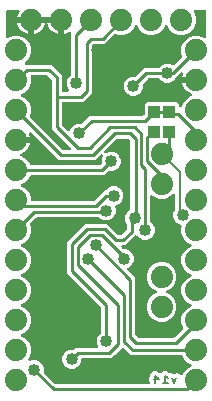
<source format=gbr>
G04 EAGLE Gerber RS-274X export*
G75*
%MOMM*%
%FSLAX34Y34*%
%LPD*%
%INBottom Copper*%
%IPPOS*%
%AMOC8*
5,1,8,0,0,1.08239X$1,22.5*%
G01*
%ADD10C,0.203200*%
%ADD11C,1.879600*%
%ADD12R,1.000000X1.100000*%
%ADD13C,1.016000*%
%ADD14C,0.254000*%

G36*
X124691Y9416D02*
X124691Y9416D01*
X124830Y9429D01*
X124849Y9436D01*
X124869Y9439D01*
X124999Y9490D01*
X125129Y9537D01*
X125146Y9548D01*
X125165Y9556D01*
X125277Y9637D01*
X125392Y9715D01*
X125406Y9731D01*
X125422Y9742D01*
X125511Y9850D01*
X125603Y9954D01*
X125612Y9972D01*
X125625Y9987D01*
X125684Y10113D01*
X125747Y10237D01*
X125752Y10257D01*
X125760Y10275D01*
X125786Y10411D01*
X125817Y10547D01*
X125816Y10568D01*
X125820Y10587D01*
X125811Y10726D01*
X125807Y10865D01*
X125802Y10885D01*
X125800Y10905D01*
X125758Y11037D01*
X125719Y11171D01*
X125709Y11188D01*
X125702Y11207D01*
X125628Y11325D01*
X125557Y11445D01*
X125539Y11466D01*
X125532Y11476D01*
X125517Y11490D01*
X125451Y11566D01*
X125235Y11781D01*
X125235Y15148D01*
X125881Y15793D01*
X125941Y15872D01*
X126009Y15944D01*
X126038Y15997D01*
X126076Y16045D01*
X126115Y16136D01*
X126163Y16222D01*
X126178Y16281D01*
X126202Y16337D01*
X126217Y16434D01*
X126242Y16530D01*
X126249Y16630D01*
X126252Y16651D01*
X126251Y16663D01*
X126252Y16691D01*
X126252Y18199D01*
X128633Y20580D01*
X132001Y20580D01*
X133670Y18911D01*
X133764Y18837D01*
X133853Y18759D01*
X133889Y18740D01*
X133921Y18716D01*
X134031Y18668D01*
X134137Y18614D01*
X134176Y18605D01*
X134213Y18589D01*
X134331Y18571D01*
X134447Y18545D01*
X134487Y18546D01*
X134527Y18539D01*
X134646Y18551D01*
X134765Y18554D01*
X134804Y18565D01*
X134844Y18569D01*
X134956Y18610D01*
X135070Y18643D01*
X135105Y18663D01*
X135143Y18677D01*
X135242Y18744D01*
X135344Y18804D01*
X135389Y18844D01*
X135406Y18855D01*
X135420Y18871D01*
X135465Y18911D01*
X137134Y20580D01*
X140502Y20580D01*
X142146Y18935D01*
X142205Y18889D01*
X142258Y18836D01*
X142330Y18793D01*
X142398Y18740D01*
X142466Y18711D01*
X142530Y18672D01*
X142612Y18648D01*
X142690Y18614D01*
X142763Y18602D01*
X142835Y18581D01*
X142920Y18577D01*
X143004Y18564D01*
X143078Y18571D01*
X143152Y18568D01*
X143236Y18586D01*
X143320Y18594D01*
X143390Y18619D01*
X143463Y18635D01*
X143612Y18697D01*
X143957Y18870D01*
X145901Y18222D01*
X145910Y18220D01*
X145918Y18216D01*
X146064Y18189D01*
X146213Y18160D01*
X146222Y18160D01*
X146231Y18159D01*
X146380Y18169D01*
X146530Y18177D01*
X146539Y18180D01*
X146548Y18181D01*
X146704Y18222D01*
X148648Y18870D01*
X152015Y17187D01*
X152019Y17185D01*
X152023Y17182D01*
X152169Y17132D01*
X152315Y17081D01*
X152320Y17081D01*
X152324Y17079D01*
X152480Y17067D01*
X152632Y17053D01*
X152636Y17054D01*
X152641Y17054D01*
X152795Y17081D01*
X152946Y17106D01*
X152950Y17107D01*
X152955Y17108D01*
X153094Y17171D01*
X153236Y17234D01*
X153240Y17237D01*
X153245Y17239D01*
X153365Y17335D01*
X153486Y17431D01*
X153489Y17434D01*
X153493Y17437D01*
X153585Y17559D01*
X153680Y17683D01*
X153681Y17688D01*
X153684Y17692D01*
X153755Y17836D01*
X154548Y19750D01*
X158050Y23252D01*
X160405Y24227D01*
X160525Y24296D01*
X160648Y24361D01*
X160663Y24375D01*
X160681Y24385D01*
X160781Y24482D01*
X160884Y24575D01*
X160895Y24592D01*
X160909Y24606D01*
X160982Y24725D01*
X161058Y24841D01*
X161065Y24860D01*
X161076Y24877D01*
X161116Y25010D01*
X161162Y25142D01*
X161163Y25162D01*
X161169Y25181D01*
X161176Y25320D01*
X161187Y25459D01*
X161183Y25479D01*
X161184Y25499D01*
X161156Y25635D01*
X161132Y25772D01*
X161124Y25791D01*
X161120Y25810D01*
X161059Y25936D01*
X161002Y26062D01*
X160989Y26078D01*
X160980Y26096D01*
X160890Y26202D01*
X160803Y26310D01*
X160787Y26323D01*
X160774Y26338D01*
X160660Y26418D01*
X160549Y26502D01*
X160524Y26514D01*
X160514Y26521D01*
X160495Y26528D01*
X160405Y26573D01*
X158050Y27548D01*
X154548Y31050D01*
X153741Y32998D01*
X153727Y33023D01*
X153717Y33051D01*
X153648Y33161D01*
X153584Y33274D01*
X153563Y33295D01*
X153547Y33320D01*
X153453Y33409D01*
X153362Y33502D01*
X153337Y33518D01*
X153316Y33538D01*
X153202Y33601D01*
X153091Y33669D01*
X153063Y33677D01*
X153037Y33692D01*
X152911Y33724D01*
X152787Y33762D01*
X152758Y33764D01*
X152729Y33771D01*
X152569Y33781D01*
X109971Y33781D01*
X103768Y39985D01*
X103673Y40058D01*
X103584Y40137D01*
X103548Y40155D01*
X103516Y40180D01*
X103407Y40227D01*
X103301Y40281D01*
X103262Y40290D01*
X103224Y40306D01*
X103107Y40325D01*
X102991Y40351D01*
X102950Y40350D01*
X102910Y40356D01*
X102792Y40345D01*
X102673Y40341D01*
X102634Y40330D01*
X102594Y40326D01*
X102481Y40286D01*
X102367Y40253D01*
X102333Y40232D01*
X102294Y40219D01*
X102196Y40152D01*
X102093Y40091D01*
X102048Y40051D01*
X102031Y40040D01*
X102018Y40025D01*
X101973Y39985D01*
X100477Y38490D01*
X96130Y34143D01*
X93229Y31241D01*
X69088Y31241D01*
X68970Y31226D01*
X68851Y31219D01*
X68813Y31206D01*
X68772Y31201D01*
X68662Y31158D01*
X68549Y31121D01*
X68514Y31099D01*
X68477Y31084D01*
X68381Y31015D01*
X68280Y30951D01*
X68252Y30921D01*
X68219Y30898D01*
X68143Y30806D01*
X68062Y30719D01*
X68042Y30684D01*
X68017Y30653D01*
X67966Y30545D01*
X67908Y30441D01*
X67898Y30401D01*
X67881Y30365D01*
X67859Y30248D01*
X67829Y30133D01*
X67825Y30073D01*
X67821Y30053D01*
X67823Y30032D01*
X67819Y29972D01*
X67819Y28863D01*
X66581Y25875D01*
X64295Y23589D01*
X61307Y22351D01*
X58073Y22351D01*
X55085Y23589D01*
X52799Y25875D01*
X51561Y28863D01*
X51561Y32097D01*
X52799Y35085D01*
X55085Y37371D01*
X58073Y38609D01*
X61185Y38609D01*
X61284Y38621D01*
X61383Y38624D01*
X61441Y38641D01*
X61501Y38649D01*
X61593Y38685D01*
X61688Y38713D01*
X61740Y38743D01*
X61797Y38766D01*
X61877Y38824D01*
X61962Y38874D01*
X62037Y38940D01*
X62054Y38952D01*
X62062Y38962D01*
X62083Y38980D01*
X62981Y39879D01*
X80621Y39879D01*
X80671Y39885D01*
X80720Y39883D01*
X80828Y39905D01*
X80937Y39919D01*
X80983Y39937D01*
X81032Y39947D01*
X81131Y39995D01*
X81233Y40036D01*
X81273Y40065D01*
X81318Y40087D01*
X81401Y40158D01*
X81490Y40222D01*
X81522Y40261D01*
X81560Y40293D01*
X81623Y40383D01*
X81693Y40467D01*
X81714Y40512D01*
X81743Y40553D01*
X81782Y40656D01*
X81828Y40755D01*
X81838Y40804D01*
X81855Y40850D01*
X81868Y40960D01*
X81888Y41067D01*
X81885Y41117D01*
X81891Y41166D01*
X81875Y41275D01*
X81868Y41385D01*
X81853Y41432D01*
X81846Y41481D01*
X81794Y41634D01*
X80771Y44103D01*
X80771Y47337D01*
X82009Y50325D01*
X84210Y52525D01*
X84270Y52604D01*
X84338Y52676D01*
X84367Y52729D01*
X84404Y52777D01*
X84444Y52868D01*
X84492Y52954D01*
X84507Y53013D01*
X84531Y53068D01*
X84546Y53166D01*
X84571Y53262D01*
X84577Y53362D01*
X84581Y53383D01*
X84579Y53395D01*
X84581Y53423D01*
X84581Y73885D01*
X84569Y73984D01*
X84566Y74083D01*
X84549Y74141D01*
X84541Y74201D01*
X84505Y74293D01*
X84477Y74388D01*
X84447Y74440D01*
X84424Y74497D01*
X84366Y74577D01*
X84316Y74662D01*
X84250Y74737D01*
X84238Y74754D01*
X84228Y74762D01*
X84210Y74783D01*
X55371Y103621D01*
X55371Y130059D01*
X70601Y145289D01*
X89419Y145289D01*
X98572Y136135D01*
X98650Y136075D01*
X98723Y136007D01*
X98776Y135978D01*
X98823Y135941D01*
X98914Y135901D01*
X99001Y135853D01*
X99060Y135838D01*
X99115Y135814D01*
X99213Y135799D01*
X99309Y135774D01*
X99409Y135768D01*
X99429Y135764D01*
X99442Y135766D01*
X99470Y135764D01*
X101190Y135764D01*
X101289Y135776D01*
X101388Y135779D01*
X101446Y135796D01*
X101506Y135804D01*
X101598Y135840D01*
X101693Y135868D01*
X101745Y135898D01*
X101802Y135921D01*
X101882Y135979D01*
X101967Y136029D01*
X102042Y136095D01*
X102059Y136107D01*
X102067Y136117D01*
X102088Y136135D01*
X105800Y139847D01*
X105860Y139925D01*
X105928Y139998D01*
X105957Y140051D01*
X105994Y140098D01*
X106034Y140189D01*
X106082Y140276D01*
X106097Y140335D01*
X106121Y140390D01*
X106136Y140488D01*
X106161Y140584D01*
X106167Y140684D01*
X106171Y140704D01*
X106169Y140717D01*
X106171Y140745D01*
X106171Y144925D01*
X106170Y144934D01*
X106171Y144943D01*
X106150Y145092D01*
X106131Y145240D01*
X106128Y145249D01*
X106127Y145258D01*
X106075Y145410D01*
X104901Y148243D01*
X104901Y151477D01*
X106139Y154465D01*
X108425Y156751D01*
X108690Y156861D01*
X108715Y156875D01*
X108743Y156884D01*
X108853Y156954D01*
X108966Y157018D01*
X108987Y157039D01*
X109012Y157055D01*
X109101Y157149D01*
X109194Y157240D01*
X109210Y157265D01*
X109230Y157286D01*
X109293Y157400D01*
X109361Y157511D01*
X109369Y157539D01*
X109384Y157565D01*
X109416Y157690D01*
X109454Y157815D01*
X109456Y157844D01*
X109463Y157873D01*
X109473Y158033D01*
X109473Y215109D01*
X109461Y215208D01*
X109458Y215307D01*
X109441Y215365D01*
X109433Y215425D01*
X109397Y215517D01*
X109369Y215612D01*
X109339Y215664D01*
X109316Y215721D01*
X109258Y215801D01*
X109208Y215886D01*
X109142Y215961D01*
X109130Y215978D01*
X109120Y215986D01*
X109102Y216007D01*
X108057Y217052D01*
X107979Y217112D01*
X107906Y217180D01*
X107853Y217209D01*
X107806Y217246D01*
X107715Y217286D01*
X107628Y217334D01*
X107569Y217349D01*
X107514Y217373D01*
X107416Y217388D01*
X107320Y217413D01*
X107220Y217419D01*
X107200Y217423D01*
X107187Y217421D01*
X107159Y217423D01*
X98327Y217423D01*
X98228Y217411D01*
X98129Y217408D01*
X98071Y217391D01*
X98011Y217383D01*
X97919Y217347D01*
X97824Y217319D01*
X97772Y217289D01*
X97715Y217266D01*
X97635Y217208D01*
X97550Y217158D01*
X97475Y217092D01*
X97458Y217080D01*
X97450Y217070D01*
X97429Y217052D01*
X87621Y207243D01*
X87578Y207188D01*
X87528Y207139D01*
X87481Y207063D01*
X87426Y206992D01*
X87398Y206928D01*
X87362Y206868D01*
X87335Y206783D01*
X87299Y206700D01*
X87288Y206631D01*
X87268Y206564D01*
X87264Y206475D01*
X87250Y206386D01*
X87256Y206316D01*
X87253Y206247D01*
X87271Y206159D01*
X87279Y206069D01*
X87303Y206004D01*
X87317Y205935D01*
X87357Y205854D01*
X87387Y205770D01*
X87426Y205712D01*
X87457Y205650D01*
X87515Y205581D01*
X87566Y205507D01*
X87618Y205461D01*
X87663Y205408D01*
X87737Y205356D01*
X87804Y205296D01*
X87866Y205265D01*
X87923Y205224D01*
X88007Y205193D01*
X88087Y205152D01*
X88155Y205136D01*
X88221Y205112D01*
X88310Y205102D01*
X88398Y205082D01*
X88467Y205084D01*
X88537Y205076D01*
X88626Y205089D01*
X88715Y205092D01*
X88782Y205111D01*
X88852Y205121D01*
X89004Y205173D01*
X91601Y206249D01*
X94835Y206249D01*
X97823Y205011D01*
X100109Y202725D01*
X101347Y199737D01*
X101347Y196503D01*
X100109Y193515D01*
X97823Y191229D01*
X94835Y189991D01*
X91723Y189991D01*
X91624Y189979D01*
X91525Y189976D01*
X91467Y189959D01*
X91407Y189951D01*
X91315Y189915D01*
X91220Y189887D01*
X91168Y189857D01*
X91111Y189834D01*
X91031Y189776D01*
X90946Y189726D01*
X90871Y189660D01*
X90854Y189648D01*
X90846Y189638D01*
X90825Y189620D01*
X87387Y186181D01*
X25231Y186181D01*
X25202Y186178D01*
X25173Y186180D01*
X25045Y186158D01*
X24916Y186141D01*
X24889Y186131D01*
X24859Y186126D01*
X24741Y186072D01*
X24620Y186024D01*
X24596Y186007D01*
X24569Y185995D01*
X24468Y185914D01*
X24363Y185838D01*
X24344Y185815D01*
X24321Y185796D01*
X24243Y185693D01*
X24160Y185593D01*
X24147Y185566D01*
X24130Y185542D01*
X24059Y185398D01*
X23252Y183450D01*
X19750Y179948D01*
X17395Y178973D01*
X17275Y178904D01*
X17152Y178839D01*
X17137Y178825D01*
X17119Y178815D01*
X17019Y178718D01*
X16916Y178625D01*
X16905Y178608D01*
X16891Y178594D01*
X16818Y178475D01*
X16742Y178359D01*
X16735Y178340D01*
X16724Y178323D01*
X16684Y178190D01*
X16638Y178058D01*
X16637Y178038D01*
X16631Y178019D01*
X16624Y177880D01*
X16613Y177741D01*
X16617Y177721D01*
X16616Y177701D01*
X16644Y177565D01*
X16668Y177428D01*
X16676Y177409D01*
X16680Y177390D01*
X16741Y177264D01*
X16798Y177138D01*
X16811Y177122D01*
X16820Y177104D01*
X16910Y176998D01*
X16997Y176890D01*
X17013Y176877D01*
X17026Y176862D01*
X17140Y176782D01*
X17251Y176698D01*
X17276Y176686D01*
X17286Y176679D01*
X17305Y176672D01*
X17395Y176627D01*
X19750Y175652D01*
X23252Y172150D01*
X25147Y167576D01*
X25147Y165608D01*
X25162Y165490D01*
X25169Y165371D01*
X25182Y165333D01*
X25187Y165292D01*
X25230Y165182D01*
X25267Y165069D01*
X25289Y165034D01*
X25304Y164997D01*
X25373Y164901D01*
X25437Y164800D01*
X25467Y164772D01*
X25490Y164739D01*
X25582Y164663D01*
X25669Y164582D01*
X25704Y164562D01*
X25735Y164537D01*
X25843Y164486D01*
X25947Y164428D01*
X25987Y164418D01*
X26023Y164401D01*
X26140Y164379D01*
X26255Y164349D01*
X26315Y164345D01*
X26335Y164341D01*
X26356Y164343D01*
X26416Y164339D01*
X77695Y164339D01*
X77794Y164351D01*
X77893Y164354D01*
X77951Y164371D01*
X78011Y164379D01*
X78103Y164415D01*
X78198Y164443D01*
X78250Y164473D01*
X78307Y164496D01*
X78387Y164554D01*
X78472Y164604D01*
X78547Y164670D01*
X78564Y164682D01*
X78572Y164692D01*
X78593Y164710D01*
X87111Y173229D01*
X87547Y173229D01*
X87645Y173241D01*
X87744Y173244D01*
X87803Y173261D01*
X87863Y173269D01*
X87955Y173305D01*
X88050Y173333D01*
X88102Y173363D01*
X88158Y173386D01*
X88239Y173444D01*
X88324Y173494D01*
X88399Y173560D01*
X88416Y173572D01*
X88424Y173582D01*
X88445Y173600D01*
X90645Y175801D01*
X93633Y177039D01*
X96867Y177039D01*
X99855Y175801D01*
X102141Y173515D01*
X103379Y170527D01*
X103379Y167293D01*
X102141Y164305D01*
X99855Y162019D01*
X97133Y160892D01*
X97030Y160833D01*
X96923Y160780D01*
X96892Y160754D01*
X96857Y160734D01*
X96771Y160651D01*
X96681Y160574D01*
X96658Y160541D01*
X96628Y160513D01*
X96566Y160411D01*
X96498Y160314D01*
X96483Y160276D01*
X96462Y160242D01*
X96427Y160128D01*
X96385Y160017D01*
X96380Y159976D01*
X96369Y159938D01*
X96363Y159819D01*
X96350Y159700D01*
X96355Y159660D01*
X96353Y159620D01*
X96378Y159503D01*
X96394Y159386D01*
X96414Y159329D01*
X96418Y159309D01*
X96427Y159290D01*
X96446Y159233D01*
X97029Y157827D01*
X97029Y154593D01*
X95791Y151605D01*
X93505Y149319D01*
X90517Y148081D01*
X87283Y148081D01*
X84295Y149319D01*
X83365Y150250D01*
X83286Y150310D01*
X83214Y150378D01*
X83161Y150407D01*
X83113Y150444D01*
X83022Y150484D01*
X82936Y150532D01*
X82877Y150547D01*
X82822Y150571D01*
X82724Y150586D01*
X82628Y150611D01*
X82528Y150617D01*
X82507Y150621D01*
X82495Y150619D01*
X82467Y150621D01*
X30255Y150621D01*
X30156Y150609D01*
X30057Y150606D01*
X29999Y150589D01*
X29939Y150581D01*
X29847Y150545D01*
X29752Y150517D01*
X29700Y150487D01*
X29643Y150464D01*
X29563Y150406D01*
X29478Y150356D01*
X29403Y150290D01*
X29386Y150278D01*
X29378Y150268D01*
X29357Y150250D01*
X24615Y145507D01*
X24597Y145484D01*
X24574Y145465D01*
X24499Y145359D01*
X24420Y145256D01*
X24408Y145229D01*
X24391Y145205D01*
X24345Y145083D01*
X24294Y144964D01*
X24289Y144935D01*
X24279Y144907D01*
X24264Y144778D01*
X24244Y144650D01*
X24247Y144621D01*
X24243Y144591D01*
X24261Y144463D01*
X24274Y144333D01*
X24284Y144306D01*
X24288Y144276D01*
X24340Y144124D01*
X25147Y142176D01*
X25147Y137224D01*
X23252Y132650D01*
X19750Y129148D01*
X17395Y128173D01*
X17275Y128104D01*
X17152Y128039D01*
X17137Y128025D01*
X17119Y128015D01*
X17019Y127918D01*
X16916Y127825D01*
X16905Y127808D01*
X16891Y127794D01*
X16818Y127675D01*
X16742Y127559D01*
X16735Y127540D01*
X16724Y127523D01*
X16684Y127390D01*
X16638Y127258D01*
X16637Y127238D01*
X16631Y127219D01*
X16624Y127080D01*
X16613Y126941D01*
X16617Y126921D01*
X16616Y126901D01*
X16644Y126765D01*
X16668Y126628D01*
X16676Y126609D01*
X16680Y126590D01*
X16741Y126464D01*
X16798Y126338D01*
X16811Y126322D01*
X16820Y126304D01*
X16910Y126198D01*
X16997Y126090D01*
X17013Y126077D01*
X17026Y126062D01*
X17140Y125982D01*
X17251Y125898D01*
X17276Y125886D01*
X17286Y125879D01*
X17305Y125872D01*
X17395Y125827D01*
X19750Y124852D01*
X23252Y121350D01*
X25147Y116776D01*
X25147Y111824D01*
X23252Y107250D01*
X19750Y103748D01*
X17395Y102773D01*
X17275Y102704D01*
X17152Y102639D01*
X17137Y102625D01*
X17119Y102615D01*
X17019Y102518D01*
X16916Y102425D01*
X16905Y102408D01*
X16891Y102394D01*
X16818Y102275D01*
X16742Y102159D01*
X16735Y102140D01*
X16724Y102123D01*
X16684Y101990D01*
X16638Y101858D01*
X16637Y101838D01*
X16631Y101819D01*
X16624Y101680D01*
X16613Y101541D01*
X16617Y101521D01*
X16616Y101501D01*
X16644Y101365D01*
X16668Y101228D01*
X16676Y101209D01*
X16680Y101190D01*
X16741Y101064D01*
X16798Y100938D01*
X16811Y100922D01*
X16820Y100904D01*
X16910Y100798D01*
X16997Y100690D01*
X17013Y100677D01*
X17026Y100662D01*
X17140Y100582D01*
X17251Y100498D01*
X17276Y100486D01*
X17286Y100479D01*
X17305Y100472D01*
X17395Y100427D01*
X19750Y99452D01*
X23252Y95950D01*
X25147Y91376D01*
X25147Y86424D01*
X23252Y81850D01*
X19750Y78348D01*
X17395Y77373D01*
X17275Y77304D01*
X17152Y77239D01*
X17137Y77225D01*
X17119Y77215D01*
X17019Y77118D01*
X16916Y77025D01*
X16905Y77008D01*
X16891Y76994D01*
X16818Y76875D01*
X16742Y76759D01*
X16735Y76740D01*
X16724Y76723D01*
X16684Y76590D01*
X16638Y76458D01*
X16637Y76438D01*
X16631Y76419D01*
X16624Y76280D01*
X16613Y76141D01*
X16617Y76121D01*
X16616Y76101D01*
X16644Y75965D01*
X16668Y75828D01*
X16676Y75809D01*
X16680Y75790D01*
X16741Y75664D01*
X16798Y75538D01*
X16811Y75522D01*
X16820Y75504D01*
X16910Y75398D01*
X16997Y75290D01*
X17013Y75277D01*
X17026Y75262D01*
X17140Y75182D01*
X17251Y75098D01*
X17276Y75086D01*
X17286Y75079D01*
X17305Y75072D01*
X17395Y75027D01*
X19750Y74052D01*
X23252Y70550D01*
X25147Y65976D01*
X25147Y61024D01*
X23252Y56450D01*
X19750Y52948D01*
X17395Y51973D01*
X17275Y51904D01*
X17152Y51839D01*
X17137Y51825D01*
X17119Y51815D01*
X17019Y51718D01*
X16916Y51625D01*
X16905Y51608D01*
X16891Y51594D01*
X16818Y51475D01*
X16742Y51359D01*
X16735Y51340D01*
X16724Y51323D01*
X16684Y51190D01*
X16638Y51058D01*
X16637Y51038D01*
X16631Y51019D01*
X16624Y50880D01*
X16613Y50741D01*
X16617Y50721D01*
X16616Y50701D01*
X16644Y50565D01*
X16668Y50428D01*
X16676Y50409D01*
X16680Y50390D01*
X16741Y50264D01*
X16798Y50138D01*
X16811Y50122D01*
X16820Y50104D01*
X16910Y49998D01*
X16997Y49890D01*
X17013Y49877D01*
X17026Y49862D01*
X17140Y49782D01*
X17251Y49698D01*
X17276Y49686D01*
X17286Y49679D01*
X17305Y49672D01*
X17395Y49627D01*
X19750Y48652D01*
X23252Y45150D01*
X25147Y40576D01*
X25147Y35624D01*
X23244Y31030D01*
X23227Y31014D01*
X23181Y30938D01*
X23126Y30867D01*
X23098Y30803D01*
X23061Y30743D01*
X23035Y30657D01*
X22999Y30575D01*
X22988Y30506D01*
X22968Y30439D01*
X22963Y30350D01*
X22949Y30261D01*
X22956Y30191D01*
X22952Y30122D01*
X22971Y30034D01*
X22979Y29944D01*
X23003Y29879D01*
X23017Y29810D01*
X23056Y29729D01*
X23087Y29645D01*
X23126Y29587D01*
X23156Y29524D01*
X23215Y29456D01*
X23265Y29382D01*
X23317Y29336D01*
X23363Y29282D01*
X23436Y29231D01*
X23504Y29171D01*
X23566Y29140D01*
X23623Y29099D01*
X23707Y29068D01*
X23787Y29027D01*
X23855Y29011D01*
X23920Y28987D01*
X24009Y28977D01*
X24097Y28957D01*
X24167Y28959D01*
X24236Y28951D01*
X24325Y28964D01*
X24415Y28967D01*
X24482Y28986D01*
X24551Y28996D01*
X24704Y29048D01*
X26323Y29719D01*
X29557Y29719D01*
X32545Y28481D01*
X34831Y26195D01*
X36069Y23207D01*
X36069Y20095D01*
X36081Y19996D01*
X36084Y19897D01*
X36101Y19839D01*
X36109Y19779D01*
X36145Y19687D01*
X36173Y19592D01*
X36203Y19540D01*
X36226Y19483D01*
X36284Y19403D01*
X36334Y19318D01*
X36400Y19243D01*
X36412Y19226D01*
X36422Y19218D01*
X36440Y19197D01*
X45867Y9770D01*
X45945Y9710D01*
X46018Y9642D01*
X46071Y9613D01*
X46118Y9576D01*
X46209Y9536D01*
X46296Y9488D01*
X46355Y9473D01*
X46410Y9449D01*
X46508Y9434D01*
X46604Y9409D01*
X46704Y9403D01*
X46724Y9399D01*
X46737Y9401D01*
X46765Y9399D01*
X124553Y9399D01*
X124691Y9416D01*
G37*
G36*
X57333Y223635D02*
X57333Y223635D01*
X57383Y223631D01*
X57491Y223649D01*
X57600Y223660D01*
X57647Y223677D01*
X57696Y223685D01*
X57796Y223730D01*
X57900Y223767D01*
X57941Y223795D01*
X57986Y223816D01*
X58072Y223884D01*
X58163Y223946D01*
X58196Y223983D01*
X58234Y224014D01*
X58301Y224102D01*
X58373Y224184D01*
X58396Y224229D01*
X58426Y224268D01*
X58497Y224413D01*
X59403Y226601D01*
X61689Y228887D01*
X64677Y230125D01*
X67789Y230125D01*
X67888Y230137D01*
X67987Y230140D01*
X68045Y230157D01*
X68105Y230165D01*
X68197Y230201D01*
X68292Y230229D01*
X68344Y230259D01*
X68401Y230282D01*
X68481Y230340D01*
X68566Y230390D01*
X68641Y230456D01*
X68658Y230468D01*
X68666Y230478D01*
X68687Y230496D01*
X74919Y236729D01*
X119741Y236729D01*
X119840Y236741D01*
X119939Y236744D01*
X119997Y236761D01*
X120057Y236769D01*
X120149Y236805D01*
X120244Y236833D01*
X120296Y236863D01*
X120353Y236886D01*
X120433Y236944D01*
X120518Y236994D01*
X120593Y237060D01*
X120610Y237072D01*
X120618Y237082D01*
X120639Y237100D01*
X121373Y237835D01*
X121434Y237913D01*
X121502Y237985D01*
X121531Y238039D01*
X121568Y238086D01*
X121608Y238177D01*
X121656Y238264D01*
X121671Y238323D01*
X121695Y238378D01*
X121710Y238476D01*
X121735Y238572D01*
X121741Y238672D01*
X121745Y238692D01*
X121743Y238705D01*
X121745Y238733D01*
X121745Y246911D01*
X123531Y248697D01*
X148757Y248697D01*
X150543Y246911D01*
X150543Y245061D01*
X150551Y244992D01*
X150550Y244922D01*
X150571Y244835D01*
X150583Y244746D01*
X150608Y244681D01*
X150625Y244613D01*
X150667Y244534D01*
X150700Y244450D01*
X150741Y244394D01*
X150773Y244332D01*
X150834Y244266D01*
X150886Y244193D01*
X150940Y244148D01*
X150987Y244097D01*
X151062Y244047D01*
X151131Y243990D01*
X151195Y243960D01*
X151253Y243922D01*
X151338Y243893D01*
X151419Y243855D01*
X151488Y243841D01*
X151554Y243819D01*
X151643Y243812D01*
X151731Y243795D01*
X151801Y243799D01*
X151871Y243794D01*
X151959Y243809D01*
X152049Y243815D01*
X152115Y243836D01*
X152184Y243848D01*
X152266Y243885D01*
X152351Y243913D01*
X152410Y243950D01*
X152474Y243979D01*
X152544Y244035D01*
X152620Y244083D01*
X152668Y244134D01*
X152722Y244177D01*
X152777Y244249D01*
X152838Y244314D01*
X152872Y244375D01*
X152914Y244431D01*
X152985Y244576D01*
X154548Y248350D01*
X158050Y251852D01*
X161075Y253105D01*
X161101Y253120D01*
X161130Y253129D01*
X161239Y253199D01*
X161352Y253263D01*
X161373Y253284D01*
X161398Y253300D01*
X161487Y253394D01*
X161580Y253484D01*
X161596Y253510D01*
X161616Y253531D01*
X161679Y253645D01*
X161746Y253755D01*
X161755Y253784D01*
X161769Y253810D01*
X161802Y253935D01*
X161840Y254059D01*
X161841Y254089D01*
X161849Y254118D01*
X161849Y254248D01*
X161855Y254377D01*
X161849Y254406D01*
X161849Y254436D01*
X161817Y254561D01*
X161791Y254688D01*
X161778Y254715D01*
X161770Y254744D01*
X161708Y254857D01*
X161651Y254974D01*
X161632Y254997D01*
X161617Y255023D01*
X161529Y255117D01*
X161445Y255216D01*
X161420Y255233D01*
X161400Y255255D01*
X161291Y255324D01*
X161185Y255399D01*
X161157Y255410D01*
X161131Y255426D01*
X160982Y255485D01*
X160517Y255636D01*
X158843Y256489D01*
X157322Y257594D01*
X155994Y258922D01*
X154889Y260443D01*
X154036Y262117D01*
X153455Y263904D01*
X153415Y264161D01*
X163830Y264161D01*
X163948Y264176D01*
X164067Y264183D01*
X164105Y264196D01*
X164145Y264201D01*
X164256Y264244D01*
X164369Y264281D01*
X164403Y264303D01*
X164441Y264318D01*
X164537Y264388D01*
X164638Y264451D01*
X164666Y264481D01*
X164698Y264504D01*
X164774Y264596D01*
X164856Y264683D01*
X164875Y264718D01*
X164901Y264749D01*
X164952Y264857D01*
X165009Y264961D01*
X165020Y265001D01*
X165037Y265037D01*
X165059Y265154D01*
X165089Y265269D01*
X165093Y265330D01*
X165097Y265350D01*
X165095Y265370D01*
X165099Y265430D01*
X165099Y267970D01*
X165084Y268088D01*
X165077Y268207D01*
X165064Y268245D01*
X165059Y268285D01*
X165015Y268396D01*
X164979Y268509D01*
X164957Y268544D01*
X164942Y268581D01*
X164872Y268677D01*
X164809Y268778D01*
X164779Y268806D01*
X164755Y268839D01*
X164664Y268914D01*
X164577Y268996D01*
X164542Y269016D01*
X164510Y269041D01*
X164403Y269092D01*
X164298Y269150D01*
X164259Y269160D01*
X164223Y269177D01*
X164106Y269199D01*
X163991Y269229D01*
X163930Y269233D01*
X163910Y269237D01*
X163890Y269235D01*
X163830Y269239D01*
X153415Y269239D01*
X153455Y269496D01*
X154036Y271283D01*
X154185Y271575D01*
X154221Y271675D01*
X154252Y271741D01*
X154254Y271755D01*
X154273Y271797D01*
X154279Y271837D01*
X154293Y271874D01*
X154304Y271993D01*
X154323Y272111D01*
X154319Y272151D01*
X154323Y272191D01*
X154304Y272309D01*
X154293Y272428D01*
X154279Y272465D01*
X154273Y272505D01*
X154226Y272614D01*
X154185Y272727D01*
X154163Y272760D01*
X154147Y272797D01*
X154074Y272891D01*
X154007Y272990D01*
X153977Y273017D01*
X153952Y273048D01*
X153858Y273122D01*
X153768Y273201D01*
X153732Y273219D01*
X153701Y273243D01*
X153591Y273291D01*
X153485Y273345D01*
X153446Y273354D01*
X153409Y273370D01*
X153291Y273389D01*
X153175Y273415D01*
X153135Y273414D01*
X153095Y273420D01*
X152976Y273409D01*
X152857Y273405D01*
X152818Y273394D01*
X152778Y273390D01*
X152666Y273350D01*
X152551Y273317D01*
X152517Y273296D01*
X152479Y273283D01*
X152380Y273216D01*
X152277Y273155D01*
X152232Y273116D01*
X152216Y273104D01*
X152202Y273089D01*
X152170Y273061D01*
X152168Y273059D01*
X152166Y273057D01*
X152156Y273049D01*
X147570Y268462D01*
X147564Y268455D01*
X147557Y268449D01*
X147467Y268329D01*
X147383Y268221D01*
X145067Y265905D01*
X142079Y264667D01*
X138845Y264667D01*
X135857Y265905D01*
X133657Y268106D01*
X133578Y268166D01*
X133506Y268234D01*
X133453Y268263D01*
X133405Y268300D01*
X133314Y268340D01*
X133228Y268388D01*
X133169Y268403D01*
X133114Y268427D01*
X133016Y268442D01*
X132920Y268467D01*
X132820Y268473D01*
X132799Y268477D01*
X132787Y268475D01*
X132759Y268477D01*
X125251Y268477D01*
X125152Y268465D01*
X125053Y268462D01*
X124995Y268445D01*
X124935Y268437D01*
X124843Y268401D01*
X124748Y268373D01*
X124696Y268343D01*
X124639Y268320D01*
X124559Y268262D01*
X124474Y268212D01*
X124399Y268146D01*
X124382Y268134D01*
X124374Y268124D01*
X124353Y268106D01*
X120260Y264013D01*
X120200Y263935D01*
X120132Y263862D01*
X120103Y263809D01*
X120066Y263762D01*
X120026Y263671D01*
X119978Y263584D01*
X119963Y263525D01*
X119939Y263470D01*
X119924Y263372D01*
X119899Y263276D01*
X119893Y263176D01*
X119889Y263156D01*
X119891Y263143D01*
X119889Y263115D01*
X119889Y260003D01*
X118651Y257015D01*
X116365Y254729D01*
X113377Y253491D01*
X110143Y253491D01*
X107155Y254729D01*
X104869Y257015D01*
X103631Y260003D01*
X103631Y263237D01*
X104869Y266225D01*
X107155Y268511D01*
X110143Y269749D01*
X113255Y269749D01*
X113354Y269761D01*
X113453Y269764D01*
X113511Y269781D01*
X113571Y269789D01*
X113663Y269825D01*
X113758Y269853D01*
X113810Y269883D01*
X113867Y269906D01*
X113947Y269964D01*
X114032Y270014D01*
X114107Y270080D01*
X114124Y270092D01*
X114132Y270102D01*
X114153Y270120D01*
X121147Y277115D01*
X132759Y277115D01*
X132857Y277127D01*
X132956Y277130D01*
X133015Y277147D01*
X133075Y277155D01*
X133167Y277191D01*
X133262Y277219D01*
X133314Y277249D01*
X133370Y277272D01*
X133450Y277330D01*
X133536Y277380D01*
X133611Y277446D01*
X133628Y277458D01*
X133636Y277468D01*
X133657Y277486D01*
X135857Y279687D01*
X138845Y280925D01*
X142079Y280925D01*
X145154Y279651D01*
X145176Y279634D01*
X145286Y279586D01*
X145392Y279532D01*
X145431Y279523D01*
X145468Y279507D01*
X145586Y279488D01*
X145702Y279462D01*
X145743Y279463D01*
X145782Y279457D01*
X145901Y279468D01*
X146020Y279472D01*
X146059Y279483D01*
X146099Y279487D01*
X146211Y279527D01*
X146326Y279560D01*
X146360Y279581D01*
X146398Y279594D01*
X146497Y279661D01*
X146600Y279722D01*
X146645Y279761D01*
X146661Y279773D01*
X146675Y279788D01*
X146721Y279828D01*
X153185Y286293D01*
X153203Y286316D01*
X153226Y286335D01*
X153300Y286441D01*
X153380Y286544D01*
X153392Y286571D01*
X153409Y286595D01*
X153455Y286717D01*
X153506Y286836D01*
X153511Y286865D01*
X153522Y286893D01*
X153536Y287022D01*
X153556Y287150D01*
X153553Y287179D01*
X153557Y287209D01*
X153539Y287337D01*
X153526Y287467D01*
X153516Y287494D01*
X153512Y287524D01*
X153460Y287676D01*
X152653Y289624D01*
X152653Y294576D01*
X154548Y299150D01*
X158050Y302652D01*
X162624Y304547D01*
X167576Y304547D01*
X171980Y302722D01*
X172028Y302709D01*
X172073Y302688D01*
X172181Y302667D01*
X172287Y302638D01*
X172337Y302638D01*
X172386Y302628D01*
X172495Y302635D01*
X172605Y302633D01*
X172653Y302645D01*
X172703Y302648D01*
X172807Y302682D01*
X172914Y302707D01*
X172958Y302731D01*
X173005Y302746D01*
X173098Y302805D01*
X173195Y302856D01*
X173232Y302890D01*
X173274Y302916D01*
X173349Y302996D01*
X173431Y303070D01*
X173458Y303112D01*
X173492Y303148D01*
X173545Y303244D01*
X173605Y303336D01*
X173622Y303383D01*
X173646Y303426D01*
X173673Y303533D01*
X173709Y303637D01*
X173713Y303686D01*
X173725Y303734D01*
X173735Y303895D01*
X173735Y324866D01*
X173720Y324984D01*
X173713Y325103D01*
X173700Y325141D01*
X173695Y325182D01*
X173652Y325292D01*
X173615Y325405D01*
X173593Y325440D01*
X173578Y325477D01*
X173509Y325573D01*
X173445Y325674D01*
X173415Y325702D01*
X173392Y325735D01*
X173300Y325811D01*
X173213Y325892D01*
X173178Y325912D01*
X173147Y325937D01*
X173039Y325988D01*
X172935Y326046D01*
X172895Y326056D01*
X172859Y326073D01*
X172742Y326095D01*
X172627Y326125D01*
X172567Y326129D01*
X172547Y326133D01*
X172526Y326131D01*
X172466Y326135D01*
X164195Y326135D01*
X164146Y326129D01*
X164096Y326131D01*
X163989Y326109D01*
X163879Y326095D01*
X163833Y326077D01*
X163785Y326067D01*
X163686Y326019D01*
X163584Y325978D01*
X163544Y325949D01*
X163499Y325927D01*
X163415Y325856D01*
X163326Y325792D01*
X163295Y325753D01*
X163257Y325721D01*
X163194Y325631D01*
X163124Y325547D01*
X163102Y325502D01*
X163074Y325461D01*
X163035Y325358D01*
X162988Y325259D01*
X162979Y325210D01*
X162961Y325164D01*
X162949Y325054D01*
X162928Y324947D01*
X162931Y324897D01*
X162926Y324848D01*
X162941Y324739D01*
X162948Y324629D01*
X162963Y324582D01*
X162970Y324533D01*
X163022Y324380D01*
X164847Y319976D01*
X164847Y315024D01*
X162952Y310450D01*
X159450Y306948D01*
X154876Y305053D01*
X149924Y305053D01*
X145350Y306948D01*
X141848Y310449D01*
X140873Y312805D01*
X140804Y312926D01*
X140739Y313048D01*
X140725Y313063D01*
X140715Y313081D01*
X140618Y313181D01*
X140525Y313284D01*
X140508Y313295D01*
X140494Y313309D01*
X140376Y313382D01*
X140259Y313458D01*
X140240Y313465D01*
X140223Y313476D01*
X140090Y313516D01*
X139958Y313562D01*
X139938Y313563D01*
X139919Y313569D01*
X139780Y313576D01*
X139641Y313587D01*
X139621Y313583D01*
X139601Y313584D01*
X139465Y313556D01*
X139328Y313532D01*
X139309Y313524D01*
X139290Y313520D01*
X139165Y313459D01*
X139038Y313402D01*
X139022Y313389D01*
X139004Y313380D01*
X138898Y313290D01*
X138790Y313203D01*
X138777Y313187D01*
X138762Y313174D01*
X138682Y313060D01*
X138598Y312949D01*
X138586Y312924D01*
X138579Y312914D01*
X138572Y312895D01*
X138527Y312805D01*
X137552Y310450D01*
X134050Y306948D01*
X129476Y305053D01*
X124524Y305053D01*
X119950Y306948D01*
X116448Y310449D01*
X115473Y312805D01*
X115404Y312926D01*
X115339Y313048D01*
X115325Y313063D01*
X115315Y313081D01*
X115218Y313181D01*
X115125Y313284D01*
X115108Y313295D01*
X115094Y313309D01*
X114976Y313382D01*
X114859Y313458D01*
X114840Y313465D01*
X114823Y313476D01*
X114690Y313516D01*
X114558Y313562D01*
X114538Y313563D01*
X114519Y313569D01*
X114380Y313576D01*
X114241Y313587D01*
X114221Y313583D01*
X114201Y313584D01*
X114065Y313556D01*
X113928Y313532D01*
X113909Y313524D01*
X113890Y313520D01*
X113765Y313459D01*
X113638Y313402D01*
X113622Y313389D01*
X113604Y313380D01*
X113498Y313290D01*
X113390Y313203D01*
X113377Y313187D01*
X113362Y313174D01*
X113282Y313060D01*
X113198Y312949D01*
X113186Y312924D01*
X113179Y312914D01*
X113172Y312895D01*
X113127Y312805D01*
X112152Y310450D01*
X108650Y306948D01*
X104076Y305053D01*
X99124Y305053D01*
X97176Y305860D01*
X97147Y305868D01*
X97121Y305881D01*
X96995Y305910D01*
X96869Y305944D01*
X96840Y305945D01*
X96811Y305951D01*
X96681Y305947D01*
X96551Y305949D01*
X96523Y305942D01*
X96493Y305941D01*
X96368Y305905D01*
X96242Y305875D01*
X96216Y305861D01*
X96188Y305853D01*
X96076Y305787D01*
X95961Y305726D01*
X95939Y305706D01*
X95914Y305692D01*
X95793Y305585D01*
X90796Y300589D01*
X87895Y297687D01*
X78261Y297687D01*
X78162Y297675D01*
X78063Y297672D01*
X78005Y297655D01*
X77945Y297647D01*
X77853Y297611D01*
X77758Y297583D01*
X77706Y297553D01*
X77649Y297530D01*
X77569Y297472D01*
X77484Y297422D01*
X77409Y297356D01*
X77392Y297344D01*
X77384Y297334D01*
X77363Y297316D01*
X77080Y297033D01*
X77020Y296955D01*
X76952Y296882D01*
X76923Y296829D01*
X76886Y296782D01*
X76846Y296691D01*
X76798Y296604D01*
X76783Y296545D01*
X76759Y296490D01*
X76744Y296392D01*
X76719Y296296D01*
X76713Y296196D01*
X76709Y296176D01*
X76711Y296163D01*
X76709Y296135D01*
X76709Y256021D01*
X69099Y248411D01*
X52578Y248411D01*
X52460Y248396D01*
X52341Y248389D01*
X52303Y248376D01*
X52262Y248371D01*
X52152Y248328D01*
X52039Y248291D01*
X52004Y248269D01*
X51967Y248254D01*
X51871Y248185D01*
X51770Y248121D01*
X51742Y248091D01*
X51709Y248068D01*
X51633Y247976D01*
X51552Y247889D01*
X51532Y247854D01*
X51507Y247823D01*
X51456Y247715D01*
X51398Y247611D01*
X51388Y247571D01*
X51371Y247535D01*
X51349Y247418D01*
X51319Y247303D01*
X51315Y247243D01*
X51311Y247223D01*
X51313Y247202D01*
X51309Y247142D01*
X51309Y229645D01*
X51321Y229546D01*
X51324Y229447D01*
X51341Y229389D01*
X51349Y229329D01*
X51385Y229237D01*
X51413Y229142D01*
X51443Y229090D01*
X51466Y229033D01*
X51524Y228953D01*
X51574Y228868D01*
X51640Y228793D01*
X51652Y228776D01*
X51662Y228768D01*
X51680Y228747D01*
X56427Y224001D01*
X56466Y223971D01*
X56499Y223934D01*
X56591Y223874D01*
X56678Y223806D01*
X56723Y223786D01*
X56765Y223759D01*
X56869Y223724D01*
X56970Y223680D01*
X57019Y223672D01*
X57066Y223656D01*
X57175Y223647D01*
X57284Y223630D01*
X57333Y223635D01*
G37*
G36*
X146120Y48781D02*
X146120Y48781D01*
X146219Y48784D01*
X146277Y48801D01*
X146337Y48809D01*
X146429Y48845D01*
X146524Y48873D01*
X146576Y48903D01*
X146633Y48926D01*
X146713Y48984D01*
X146798Y49034D01*
X146873Y49100D01*
X146890Y49112D01*
X146898Y49122D01*
X146919Y49140D01*
X153855Y56076D01*
X153873Y56100D01*
X153895Y56119D01*
X153970Y56225D01*
X154050Y56328D01*
X154061Y56355D01*
X154078Y56379D01*
X154124Y56500D01*
X154176Y56619D01*
X154181Y56649D01*
X154191Y56676D01*
X154205Y56805D01*
X154226Y56934D01*
X154223Y56963D01*
X154226Y56992D01*
X154208Y57121D01*
X154196Y57250D01*
X154186Y57278D01*
X154182Y57307D01*
X154130Y57460D01*
X152653Y61024D01*
X152653Y65976D01*
X154548Y70550D01*
X158050Y74052D01*
X160405Y75027D01*
X160525Y75096D01*
X160648Y75161D01*
X160663Y75175D01*
X160681Y75185D01*
X160781Y75282D01*
X160884Y75375D01*
X160895Y75392D01*
X160909Y75406D01*
X160982Y75525D01*
X161058Y75641D01*
X161065Y75660D01*
X161076Y75677D01*
X161116Y75810D01*
X161162Y75942D01*
X161163Y75962D01*
X161169Y75981D01*
X161176Y76120D01*
X161187Y76259D01*
X161183Y76279D01*
X161184Y76299D01*
X161156Y76435D01*
X161132Y76572D01*
X161124Y76591D01*
X161120Y76610D01*
X161059Y76736D01*
X161002Y76862D01*
X160989Y76878D01*
X160980Y76896D01*
X160890Y77002D01*
X160803Y77110D01*
X160787Y77123D01*
X160774Y77138D01*
X160660Y77218D01*
X160549Y77302D01*
X160524Y77314D01*
X160514Y77321D01*
X160495Y77328D01*
X160405Y77373D01*
X158050Y78348D01*
X154548Y81850D01*
X152653Y86424D01*
X152653Y91376D01*
X154548Y95950D01*
X158050Y99452D01*
X160405Y100427D01*
X160525Y100496D01*
X160648Y100561D01*
X160663Y100575D01*
X160681Y100585D01*
X160781Y100682D01*
X160884Y100775D01*
X160895Y100792D01*
X160909Y100806D01*
X160982Y100925D01*
X161058Y101041D01*
X161065Y101060D01*
X161076Y101077D01*
X161116Y101210D01*
X161162Y101342D01*
X161163Y101362D01*
X161169Y101381D01*
X161176Y101520D01*
X161187Y101659D01*
X161183Y101679D01*
X161184Y101699D01*
X161156Y101835D01*
X161132Y101972D01*
X161124Y101991D01*
X161120Y102010D01*
X161059Y102136D01*
X161002Y102262D01*
X160989Y102278D01*
X160980Y102296D01*
X160890Y102402D01*
X160803Y102510D01*
X160787Y102523D01*
X160774Y102538D01*
X160660Y102618D01*
X160549Y102702D01*
X160524Y102714D01*
X160514Y102721D01*
X160495Y102728D01*
X160405Y102773D01*
X158050Y103748D01*
X154548Y107250D01*
X152653Y111824D01*
X152653Y116776D01*
X154548Y121350D01*
X158050Y124852D01*
X160405Y125827D01*
X160525Y125896D01*
X160648Y125961D01*
X160663Y125975D01*
X160681Y125985D01*
X160781Y126082D01*
X160884Y126175D01*
X160895Y126192D01*
X160909Y126206D01*
X160982Y126325D01*
X161058Y126441D01*
X161065Y126460D01*
X161076Y126477D01*
X161116Y126610D01*
X161162Y126742D01*
X161163Y126762D01*
X161169Y126781D01*
X161176Y126920D01*
X161187Y127059D01*
X161183Y127079D01*
X161184Y127099D01*
X161156Y127235D01*
X161132Y127372D01*
X161124Y127391D01*
X161120Y127410D01*
X161059Y127536D01*
X161002Y127662D01*
X160989Y127678D01*
X160980Y127696D01*
X160890Y127802D01*
X160803Y127910D01*
X160787Y127923D01*
X160774Y127938D01*
X160660Y128018D01*
X160549Y128102D01*
X160524Y128114D01*
X160514Y128121D01*
X160495Y128128D01*
X160405Y128173D01*
X158050Y129148D01*
X154548Y132650D01*
X152653Y137224D01*
X152653Y142176D01*
X152821Y142580D01*
X152852Y142694D01*
X152891Y142807D01*
X152894Y142847D01*
X152904Y142886D01*
X152906Y143005D01*
X152916Y143124D01*
X152909Y143164D01*
X152910Y143204D01*
X152882Y143320D01*
X152861Y143437D01*
X152845Y143474D01*
X152835Y143514D01*
X152780Y143619D01*
X152731Y143727D01*
X152706Y143759D01*
X152687Y143795D01*
X152607Y143883D01*
X152532Y143976D01*
X152500Y144000D01*
X152473Y144030D01*
X152373Y144095D01*
X152278Y144167D01*
X152224Y144194D01*
X152207Y144205D01*
X152188Y144211D01*
X152134Y144238D01*
X149065Y145509D01*
X146779Y147795D01*
X145541Y150783D01*
X145541Y154017D01*
X146793Y157039D01*
X146822Y157070D01*
X146851Y157123D01*
X146888Y157171D01*
X146928Y157262D01*
X146976Y157348D01*
X146991Y157407D01*
X147015Y157462D01*
X147030Y157560D01*
X147055Y157656D01*
X147061Y157756D01*
X147065Y157777D01*
X147063Y157789D01*
X147065Y157817D01*
X147065Y169579D01*
X147048Y169716D01*
X147035Y169855D01*
X147028Y169874D01*
X147025Y169894D01*
X146974Y170023D01*
X146927Y170154D01*
X146916Y170171D01*
X146908Y170190D01*
X146827Y170302D01*
X146749Y170417D01*
X146733Y170431D01*
X146722Y170447D01*
X146614Y170536D01*
X146510Y170628D01*
X146492Y170637D01*
X146477Y170650D01*
X146351Y170709D01*
X146227Y170773D01*
X146207Y170777D01*
X146189Y170786D01*
X146053Y170812D01*
X145917Y170842D01*
X145896Y170842D01*
X145877Y170845D01*
X145738Y170837D01*
X145599Y170833D01*
X145579Y170827D01*
X145559Y170826D01*
X145427Y170783D01*
X145293Y170744D01*
X145276Y170734D01*
X145257Y170728D01*
X145139Y170653D01*
X145019Y170583D01*
X144998Y170564D01*
X144988Y170557D01*
X144974Y170542D01*
X144899Y170476D01*
X142940Y168518D01*
X138366Y166623D01*
X133414Y166623D01*
X128840Y168518D01*
X128406Y168952D01*
X128296Y169037D01*
X128189Y169126D01*
X128170Y169135D01*
X128154Y169147D01*
X128026Y169203D01*
X127901Y169262D01*
X127881Y169265D01*
X127862Y169273D01*
X127724Y169295D01*
X127588Y169321D01*
X127568Y169320D01*
X127548Y169323D01*
X127409Y169310D01*
X127271Y169302D01*
X127252Y169295D01*
X127232Y169294D01*
X127101Y169246D01*
X126969Y169204D01*
X126951Y169193D01*
X126932Y169186D01*
X126818Y169108D01*
X126700Y169033D01*
X126686Y169019D01*
X126669Y169007D01*
X126577Y168903D01*
X126482Y168802D01*
X126472Y168784D01*
X126459Y168769D01*
X126396Y168645D01*
X126328Y168523D01*
X126323Y168504D01*
X126314Y168486D01*
X126284Y168350D01*
X126249Y168215D01*
X126247Y168187D01*
X126244Y168175D01*
X126245Y168155D01*
X126239Y168055D01*
X126239Y147403D01*
X126251Y147305D01*
X126254Y147206D01*
X126271Y147147D01*
X126279Y147087D01*
X126315Y146995D01*
X126343Y146900D01*
X126373Y146848D01*
X126396Y146792D01*
X126454Y146712D01*
X126504Y146626D01*
X126570Y146551D01*
X126582Y146534D01*
X126592Y146526D01*
X126610Y146505D01*
X128811Y144305D01*
X130049Y141317D01*
X130049Y138083D01*
X128811Y135095D01*
X126525Y132809D01*
X123537Y131571D01*
X120303Y131571D01*
X117315Y132809D01*
X115043Y135081D01*
X114949Y135154D01*
X114860Y135233D01*
X114824Y135251D01*
X114792Y135276D01*
X114683Y135323D01*
X114577Y135377D01*
X114537Y135386D01*
X114500Y135402D01*
X114382Y135421D01*
X114267Y135447D01*
X114226Y135446D01*
X114186Y135452D01*
X114068Y135441D01*
X113949Y135437D01*
X113910Y135426D01*
X113870Y135422D01*
X113758Y135382D01*
X113643Y135349D01*
X113608Y135328D01*
X113570Y135315D01*
X113472Y135248D01*
X113369Y135187D01*
X113324Y135147D01*
X113307Y135136D01*
X113294Y135121D01*
X113248Y135081D01*
X111907Y133740D01*
X105294Y127126D01*
X103026Y127126D01*
X102888Y127109D01*
X102749Y127096D01*
X102730Y127089D01*
X102710Y127086D01*
X102581Y127035D01*
X102450Y126988D01*
X102433Y126977D01*
X102414Y126969D01*
X102302Y126888D01*
X102187Y126810D01*
X102173Y126794D01*
X102157Y126783D01*
X102068Y126675D01*
X101976Y126571D01*
X101967Y126553D01*
X101954Y126538D01*
X101895Y126412D01*
X101832Y126288D01*
X101827Y126268D01*
X101819Y126250D01*
X101793Y126113D01*
X101762Y125978D01*
X101763Y125957D01*
X101759Y125938D01*
X101768Y125799D01*
X101772Y125660D01*
X101777Y125640D01*
X101779Y125620D01*
X101821Y125488D01*
X101860Y125354D01*
X101870Y125337D01*
X101877Y125318D01*
X101951Y125200D01*
X102022Y125080D01*
X102040Y125059D01*
X102047Y125049D01*
X102062Y125035D01*
X102128Y124960D01*
X103017Y124070D01*
X103095Y124010D01*
X103168Y123942D01*
X103221Y123913D01*
X103268Y123876D01*
X103359Y123836D01*
X103446Y123788D01*
X103505Y123773D01*
X103560Y123749D01*
X103658Y123734D01*
X103754Y123709D01*
X103854Y123703D01*
X103874Y123699D01*
X103887Y123701D01*
X103915Y123699D01*
X105757Y123699D01*
X108745Y122461D01*
X111031Y120175D01*
X112269Y117187D01*
X112269Y113953D01*
X111031Y110965D01*
X108745Y108679D01*
X107455Y108145D01*
X107412Y108120D01*
X107365Y108103D01*
X107274Y108042D01*
X107179Y107987D01*
X107143Y107952D01*
X107102Y107925D01*
X107029Y107842D01*
X106950Y107766D01*
X106924Y107723D01*
X106891Y107686D01*
X106841Y107588D01*
X106784Y107495D01*
X106769Y107447D01*
X106747Y107403D01*
X106723Y107296D01*
X106690Y107191D01*
X106688Y107141D01*
X106677Y107093D01*
X106680Y106983D01*
X106675Y106873D01*
X106685Y106824D01*
X106687Y106775D01*
X106717Y106669D01*
X106740Y106562D01*
X106761Y106517D01*
X106775Y106469D01*
X106831Y106375D01*
X106879Y106276D01*
X106911Y106238D01*
X106937Y106195D01*
X107043Y106074D01*
X113539Y99579D01*
X113539Y51845D01*
X113551Y51746D01*
X113554Y51647D01*
X113571Y51589D01*
X113579Y51529D01*
X113615Y51437D01*
X113643Y51342D01*
X113673Y51290D01*
X113696Y51233D01*
X113754Y51153D01*
X113804Y51068D01*
X113870Y50993D01*
X113882Y50976D01*
X113892Y50968D01*
X113910Y50947D01*
X115717Y49140D01*
X115795Y49080D01*
X115868Y49012D01*
X115921Y48983D01*
X115968Y48946D01*
X116059Y48906D01*
X116146Y48858D01*
X116205Y48843D01*
X116260Y48819D01*
X116358Y48804D01*
X116454Y48779D01*
X116554Y48773D01*
X116574Y48769D01*
X116587Y48771D01*
X116615Y48769D01*
X146021Y48769D01*
X146120Y48781D01*
G37*
G36*
X56189Y257066D02*
X56189Y257066D01*
X56328Y257079D01*
X56347Y257086D01*
X56367Y257089D01*
X56496Y257140D01*
X56627Y257187D01*
X56644Y257198D01*
X56662Y257206D01*
X56775Y257287D01*
X56890Y257365D01*
X56903Y257381D01*
X56920Y257392D01*
X57009Y257500D01*
X57101Y257604D01*
X57110Y257622D01*
X57123Y257637D01*
X57182Y257763D01*
X57245Y257887D01*
X57250Y257907D01*
X57258Y257925D01*
X57284Y258061D01*
X57315Y258197D01*
X57314Y258218D01*
X57318Y258237D01*
X57309Y258376D01*
X57305Y258515D01*
X57299Y258535D01*
X57298Y258555D01*
X57255Y258687D01*
X57217Y258821D01*
X57206Y258838D01*
X57200Y258857D01*
X57126Y258975D01*
X57055Y259095D01*
X57037Y259116D01*
X57030Y259126D01*
X57015Y259140D01*
X56949Y259216D01*
X56609Y259555D01*
X55371Y262543D01*
X55371Y265777D01*
X56609Y268765D01*
X58810Y270965D01*
X58870Y271044D01*
X58938Y271116D01*
X58967Y271169D01*
X59004Y271217D01*
X59044Y271308D01*
X59092Y271394D01*
X59107Y271453D01*
X59131Y271508D01*
X59146Y271606D01*
X59171Y271702D01*
X59177Y271802D01*
X59181Y271823D01*
X59179Y271835D01*
X59181Y271863D01*
X59181Y306341D01*
X59176Y306381D01*
X59179Y306421D01*
X59156Y306538D01*
X59141Y306657D01*
X59127Y306694D01*
X59119Y306733D01*
X59068Y306841D01*
X59024Y306952D01*
X59001Y306985D01*
X58984Y307021D01*
X58908Y307113D01*
X58838Y307210D01*
X58807Y307235D01*
X58781Y307266D01*
X58685Y307336D01*
X58593Y307413D01*
X58556Y307430D01*
X58524Y307453D01*
X58413Y307497D01*
X58305Y307548D01*
X58266Y307556D01*
X58229Y307570D01*
X58110Y307585D01*
X57993Y307608D01*
X57953Y307605D01*
X57913Y307610D01*
X57794Y307596D01*
X57675Y307588D01*
X57637Y307576D01*
X57598Y307571D01*
X57486Y307527D01*
X57373Y307490D01*
X57339Y307469D01*
X57302Y307454D01*
X57166Y307368D01*
X57057Y307289D01*
X55383Y306436D01*
X53596Y305855D01*
X53339Y305815D01*
X53339Y316230D01*
X53324Y316348D01*
X53317Y316467D01*
X53304Y316505D01*
X53299Y316545D01*
X53256Y316656D01*
X53219Y316769D01*
X53197Y316803D01*
X53182Y316841D01*
X53112Y316937D01*
X53049Y317038D01*
X53019Y317066D01*
X52995Y317098D01*
X52904Y317174D01*
X52817Y317256D01*
X52782Y317275D01*
X52751Y317301D01*
X52643Y317352D01*
X52539Y317409D01*
X52499Y317420D01*
X52463Y317437D01*
X52346Y317459D01*
X52231Y317489D01*
X52170Y317493D01*
X52150Y317497D01*
X52130Y317495D01*
X52070Y317499D01*
X50799Y317499D01*
X50799Y318770D01*
X50784Y318888D01*
X50777Y319007D01*
X50764Y319045D01*
X50759Y319085D01*
X50715Y319196D01*
X50679Y319309D01*
X50657Y319344D01*
X50642Y319381D01*
X50572Y319477D01*
X50509Y319578D01*
X50479Y319606D01*
X50455Y319639D01*
X50364Y319714D01*
X50277Y319796D01*
X50242Y319816D01*
X50210Y319841D01*
X50103Y319892D01*
X49998Y319950D01*
X49959Y319960D01*
X49923Y319977D01*
X49806Y319999D01*
X49691Y320029D01*
X49630Y320033D01*
X49610Y320037D01*
X49590Y320035D01*
X49530Y320039D01*
X26670Y320039D01*
X26552Y320024D01*
X26433Y320017D01*
X26395Y320004D01*
X26355Y319999D01*
X26244Y319956D01*
X26131Y319919D01*
X26097Y319897D01*
X26059Y319882D01*
X25963Y319812D01*
X25862Y319749D01*
X25834Y319719D01*
X25802Y319695D01*
X25726Y319604D01*
X25644Y319517D01*
X25625Y319482D01*
X25599Y319451D01*
X25548Y319343D01*
X25491Y319239D01*
X25480Y319199D01*
X25463Y319163D01*
X25441Y319046D01*
X25411Y318931D01*
X25407Y318870D01*
X25403Y318850D01*
X25405Y318830D01*
X25401Y318770D01*
X25401Y317499D01*
X25399Y317499D01*
X25399Y318770D01*
X25384Y318888D01*
X25377Y319007D01*
X25364Y319045D01*
X25359Y319085D01*
X25315Y319196D01*
X25279Y319309D01*
X25257Y319344D01*
X25242Y319381D01*
X25172Y319477D01*
X25109Y319578D01*
X25079Y319606D01*
X25055Y319639D01*
X24964Y319714D01*
X24877Y319796D01*
X24842Y319816D01*
X24810Y319841D01*
X24703Y319892D01*
X24598Y319950D01*
X24559Y319960D01*
X24523Y319977D01*
X24406Y319999D01*
X24291Y320029D01*
X24230Y320033D01*
X24210Y320037D01*
X24190Y320035D01*
X24130Y320039D01*
X13715Y320039D01*
X13755Y320296D01*
X14336Y322083D01*
X15189Y323757D01*
X15453Y324120D01*
X15472Y324155D01*
X15497Y324185D01*
X15548Y324294D01*
X15606Y324399D01*
X15616Y324437D01*
X15633Y324473D01*
X15655Y324591D01*
X15685Y324707D01*
X15685Y324746D01*
X15692Y324786D01*
X15685Y324905D01*
X15685Y325025D01*
X15675Y325063D01*
X15673Y325103D01*
X15636Y325217D01*
X15606Y325333D01*
X15587Y325368D01*
X15575Y325405D01*
X15511Y325506D01*
X15453Y325611D01*
X15426Y325641D01*
X15405Y325674D01*
X15317Y325756D01*
X15235Y325843D01*
X15202Y325865D01*
X15173Y325892D01*
X15068Y325950D01*
X14967Y326014D01*
X14929Y326026D01*
X14894Y326046D01*
X14779Y326075D01*
X14665Y326113D01*
X14625Y326115D01*
X14586Y326125D01*
X14426Y326135D01*
X5334Y326135D01*
X5216Y326120D01*
X5097Y326113D01*
X5059Y326100D01*
X5018Y326095D01*
X4908Y326052D01*
X4795Y326015D01*
X4760Y325993D01*
X4723Y325978D01*
X4627Y325909D01*
X4526Y325845D01*
X4498Y325815D01*
X4465Y325792D01*
X4389Y325700D01*
X4308Y325613D01*
X4288Y325578D01*
X4263Y325547D01*
X4212Y325439D01*
X4154Y325335D01*
X4144Y325295D01*
X4127Y325259D01*
X4105Y325142D01*
X4075Y325027D01*
X4071Y324967D01*
X4067Y324947D01*
X4069Y324926D01*
X4065Y324866D01*
X4065Y303895D01*
X4071Y303846D01*
X4069Y303796D01*
X4091Y303689D01*
X4105Y303579D01*
X4123Y303533D01*
X4133Y303485D01*
X4181Y303386D01*
X4222Y303284D01*
X4251Y303244D01*
X4273Y303199D01*
X4344Y303115D01*
X4408Y303026D01*
X4447Y302995D01*
X4479Y302957D01*
X4569Y302894D01*
X4653Y302824D01*
X4698Y302802D01*
X4739Y302774D01*
X4842Y302735D01*
X4941Y302688D01*
X4990Y302679D01*
X5036Y302661D01*
X5146Y302649D01*
X5253Y302628D01*
X5303Y302631D01*
X5352Y302626D01*
X5461Y302641D01*
X5571Y302648D01*
X5618Y302663D01*
X5667Y302670D01*
X5820Y302722D01*
X10224Y304547D01*
X15176Y304547D01*
X19750Y302652D01*
X23252Y299150D01*
X25147Y294576D01*
X25147Y289624D01*
X23252Y285050D01*
X20278Y282075D01*
X20193Y281966D01*
X20104Y281859D01*
X20095Y281840D01*
X20083Y281824D01*
X20027Y281696D01*
X19968Y281571D01*
X19965Y281551D01*
X19957Y281532D01*
X19935Y281394D01*
X19909Y281258D01*
X19910Y281238D01*
X19907Y281218D01*
X19920Y281079D01*
X19928Y280941D01*
X19935Y280922D01*
X19936Y280902D01*
X19984Y280770D01*
X20026Y280639D01*
X20037Y280621D01*
X20044Y280602D01*
X20122Y280487D01*
X20197Y280370D01*
X20211Y280356D01*
X20223Y280339D01*
X20327Y280247D01*
X20428Y280152D01*
X20446Y280142D01*
X20461Y280129D01*
X20585Y280065D01*
X20707Y279998D01*
X20726Y279993D01*
X20744Y279984D01*
X20880Y279954D01*
X21015Y279919D01*
X21043Y279917D01*
X21055Y279914D01*
X21075Y279915D01*
X21175Y279909D01*
X42429Y279909D01*
X51309Y271029D01*
X51309Y258318D01*
X51324Y258200D01*
X51331Y258081D01*
X51344Y258043D01*
X51349Y258002D01*
X51392Y257892D01*
X51429Y257779D01*
X51451Y257744D01*
X51466Y257707D01*
X51535Y257611D01*
X51599Y257510D01*
X51629Y257482D01*
X51652Y257449D01*
X51744Y257373D01*
X51831Y257292D01*
X51866Y257272D01*
X51897Y257247D01*
X52005Y257196D01*
X52109Y257138D01*
X52149Y257128D01*
X52185Y257111D01*
X52302Y257089D01*
X52417Y257059D01*
X52477Y257055D01*
X52497Y257051D01*
X52518Y257053D01*
X52578Y257049D01*
X56051Y257049D01*
X56189Y257066D01*
G37*
%LPC*%
G36*
X133414Y62483D02*
X133414Y62483D01*
X128840Y64378D01*
X125338Y67880D01*
X123443Y72454D01*
X123443Y77406D01*
X125338Y81980D01*
X128840Y85482D01*
X131195Y86457D01*
X131315Y86526D01*
X131438Y86591D01*
X131453Y86605D01*
X131471Y86615D01*
X131571Y86712D01*
X131674Y86805D01*
X131685Y86822D01*
X131699Y86836D01*
X131772Y86954D01*
X131848Y87071D01*
X131855Y87090D01*
X131866Y87107D01*
X131906Y87240D01*
X131952Y87372D01*
X131953Y87392D01*
X131959Y87411D01*
X131966Y87550D01*
X131977Y87689D01*
X131973Y87709D01*
X131974Y87729D01*
X131946Y87865D01*
X131922Y88002D01*
X131914Y88021D01*
X131910Y88040D01*
X131849Y88165D01*
X131792Y88292D01*
X131779Y88308D01*
X131770Y88326D01*
X131680Y88432D01*
X131593Y88540D01*
X131577Y88553D01*
X131564Y88568D01*
X131450Y88648D01*
X131339Y88732D01*
X131314Y88744D01*
X131304Y88751D01*
X131285Y88758D01*
X131195Y88803D01*
X128840Y89778D01*
X125338Y93280D01*
X123443Y97854D01*
X123443Y102806D01*
X125338Y107380D01*
X128840Y110882D01*
X133414Y112777D01*
X138366Y112777D01*
X142940Y110882D01*
X146442Y107380D01*
X148337Y102806D01*
X148337Y97854D01*
X146442Y93280D01*
X142940Y89778D01*
X140585Y88803D01*
X140465Y88734D01*
X140342Y88669D01*
X140327Y88655D01*
X140309Y88645D01*
X140209Y88548D01*
X140106Y88455D01*
X140095Y88438D01*
X140081Y88424D01*
X140008Y88305D01*
X139932Y88189D01*
X139925Y88170D01*
X139914Y88153D01*
X139874Y88020D01*
X139828Y87888D01*
X139827Y87868D01*
X139821Y87849D01*
X139814Y87710D01*
X139803Y87571D01*
X139807Y87551D01*
X139806Y87531D01*
X139834Y87395D01*
X139858Y87258D01*
X139866Y87239D01*
X139870Y87220D01*
X139931Y87094D01*
X139988Y86968D01*
X140001Y86952D01*
X140010Y86934D01*
X140100Y86828D01*
X140187Y86720D01*
X140203Y86707D01*
X140216Y86692D01*
X140330Y86612D01*
X140441Y86528D01*
X140466Y86516D01*
X140476Y86509D01*
X140495Y86502D01*
X140585Y86457D01*
X142940Y85482D01*
X146442Y81980D01*
X148337Y77406D01*
X148337Y72454D01*
X146442Y67880D01*
X142940Y64378D01*
X138366Y62483D01*
X133414Y62483D01*
G37*
%LPD*%
G36*
X57767Y207536D02*
X57767Y207536D01*
X57906Y207549D01*
X57925Y207556D01*
X57945Y207559D01*
X58074Y207610D01*
X58205Y207657D01*
X58222Y207668D01*
X58241Y207676D01*
X58353Y207757D01*
X58468Y207835D01*
X58482Y207851D01*
X58498Y207862D01*
X58587Y207970D01*
X58679Y208074D01*
X58688Y208092D01*
X58701Y208107D01*
X58760Y208233D01*
X58823Y208357D01*
X58828Y208377D01*
X58836Y208395D01*
X58862Y208531D01*
X58893Y208667D01*
X58892Y208688D01*
X58896Y208707D01*
X58887Y208846D01*
X58883Y208985D01*
X58878Y209005D01*
X58876Y209025D01*
X58834Y209157D01*
X58795Y209291D01*
X58785Y209308D01*
X58778Y209327D01*
X58704Y209445D01*
X58633Y209565D01*
X58615Y209586D01*
X58608Y209596D01*
X58593Y209610D01*
X58527Y209685D01*
X45573Y222640D01*
X42671Y225541D01*
X42671Y266925D01*
X42659Y267024D01*
X42656Y267123D01*
X42639Y267181D01*
X42631Y267241D01*
X42595Y267333D01*
X42567Y267428D01*
X42537Y267480D01*
X42514Y267537D01*
X42456Y267617D01*
X42406Y267702D01*
X42340Y267777D01*
X42328Y267794D01*
X42318Y267802D01*
X42300Y267823D01*
X39223Y270900D01*
X39145Y270960D01*
X39072Y271028D01*
X39019Y271057D01*
X38972Y271094D01*
X38881Y271134D01*
X38794Y271182D01*
X38735Y271197D01*
X38680Y271221D01*
X38582Y271236D01*
X38486Y271261D01*
X38386Y271267D01*
X38366Y271271D01*
X38353Y271269D01*
X38325Y271271D01*
X26178Y271271D01*
X26129Y271265D01*
X26079Y271267D01*
X25972Y271245D01*
X25863Y271231D01*
X25817Y271213D01*
X25768Y271203D01*
X25669Y271155D01*
X25567Y271114D01*
X25527Y271085D01*
X25482Y271063D01*
X25399Y270992D01*
X25310Y270928D01*
X25278Y270889D01*
X25240Y270857D01*
X25177Y270767D01*
X25107Y270683D01*
X25086Y270638D01*
X25057Y270597D01*
X25018Y270494D01*
X24971Y270395D01*
X24962Y270346D01*
X24944Y270300D01*
X24932Y270190D01*
X24912Y270083D01*
X24915Y270033D01*
X24909Y269984D01*
X24925Y269875D01*
X24931Y269765D01*
X24947Y269718D01*
X24954Y269669D01*
X25006Y269516D01*
X25147Y269176D01*
X25147Y264224D01*
X23252Y259650D01*
X19750Y256148D01*
X17395Y255173D01*
X17275Y255104D01*
X17152Y255039D01*
X17137Y255025D01*
X17119Y255015D01*
X17019Y254918D01*
X16916Y254825D01*
X16905Y254808D01*
X16891Y254794D01*
X16818Y254675D01*
X16742Y254559D01*
X16735Y254540D01*
X16724Y254523D01*
X16683Y254390D01*
X16638Y254258D01*
X16637Y254238D01*
X16631Y254219D01*
X16624Y254080D01*
X16613Y253941D01*
X16617Y253921D01*
X16616Y253901D01*
X16644Y253765D01*
X16668Y253628D01*
X16676Y253609D01*
X16680Y253590D01*
X16741Y253464D01*
X16798Y253338D01*
X16811Y253322D01*
X16820Y253304D01*
X16910Y253198D01*
X16997Y253090D01*
X17013Y253077D01*
X17026Y253062D01*
X17140Y252982D01*
X17251Y252898D01*
X17276Y252886D01*
X17286Y252879D01*
X17305Y252872D01*
X17395Y252827D01*
X19751Y251852D01*
X23252Y248350D01*
X25147Y243776D01*
X25147Y238824D01*
X24340Y236876D01*
X24332Y236847D01*
X24319Y236821D01*
X24290Y236695D01*
X24256Y236569D01*
X24255Y236540D01*
X24249Y236511D01*
X24253Y236381D01*
X24251Y236251D01*
X24258Y236223D01*
X24259Y236193D01*
X24295Y236068D01*
X24325Y235942D01*
X24339Y235916D01*
X24347Y235888D01*
X24413Y235776D01*
X24474Y235661D01*
X24493Y235639D01*
X24508Y235614D01*
X24615Y235493D01*
X52217Y207890D01*
X52295Y207830D01*
X52368Y207762D01*
X52421Y207733D01*
X52468Y207696D01*
X52559Y207656D01*
X52646Y207608D01*
X52705Y207593D01*
X52760Y207569D01*
X52858Y207554D01*
X52954Y207529D01*
X53054Y207523D01*
X53074Y207519D01*
X53087Y207521D01*
X53115Y207519D01*
X57629Y207519D01*
X57767Y207536D01*
G37*
G36*
X83382Y194831D02*
X83382Y194831D01*
X83481Y194834D01*
X83539Y194851D01*
X83599Y194859D01*
X83691Y194895D01*
X83786Y194923D01*
X83838Y194953D01*
X83895Y194976D01*
X83975Y195034D01*
X84060Y195084D01*
X84135Y195150D01*
X84152Y195162D01*
X84160Y195172D01*
X84181Y195190D01*
X84718Y195727D01*
X84778Y195805D01*
X84846Y195878D01*
X84875Y195931D01*
X84912Y195978D01*
X84952Y196069D01*
X85000Y196156D01*
X85015Y196215D01*
X85039Y196270D01*
X85054Y196368D01*
X85079Y196464D01*
X85085Y196564D01*
X85089Y196584D01*
X85087Y196597D01*
X85089Y196625D01*
X85089Y199737D01*
X86165Y202334D01*
X86183Y202401D01*
X86211Y202465D01*
X86225Y202554D01*
X86249Y202641D01*
X86250Y202711D01*
X86261Y202780D01*
X86253Y202869D01*
X86254Y202959D01*
X86238Y203027D01*
X86231Y203096D01*
X86201Y203181D01*
X86180Y203268D01*
X86147Y203330D01*
X86124Y203395D01*
X86073Y203470D01*
X86031Y203549D01*
X85984Y203601D01*
X85945Y203659D01*
X85878Y203718D01*
X85817Y203785D01*
X85759Y203823D01*
X85707Y203869D01*
X85627Y203910D01*
X85552Y203959D01*
X85485Y203982D01*
X85423Y204014D01*
X85336Y204033D01*
X85251Y204063D01*
X85181Y204068D01*
X85113Y204083D01*
X85023Y204081D01*
X84934Y204088D01*
X84865Y204076D01*
X84795Y204074D01*
X84709Y204049D01*
X84620Y204033D01*
X84557Y204005D01*
X84490Y203985D01*
X84412Y203940D01*
X84330Y203903D01*
X84276Y203859D01*
X84216Y203824D01*
X84095Y203717D01*
X79259Y198881D01*
X49011Y198881D01*
X46110Y201783D01*
X25644Y222249D01*
X25549Y222322D01*
X25460Y222401D01*
X25424Y222419D01*
X25392Y222444D01*
X25282Y222491D01*
X25176Y222545D01*
X25137Y222554D01*
X25100Y222570D01*
X24982Y222589D01*
X24866Y222615D01*
X24826Y222614D01*
X24786Y222620D01*
X24667Y222609D01*
X24548Y222605D01*
X24510Y222594D01*
X24470Y222590D01*
X24357Y222550D01*
X24243Y222517D01*
X24208Y222496D01*
X24170Y222483D01*
X24072Y222416D01*
X23969Y222355D01*
X23940Y222326D01*
X23907Y222304D01*
X23828Y222214D01*
X23744Y222130D01*
X23723Y222096D01*
X23697Y222066D01*
X23642Y221959D01*
X23582Y221856D01*
X23570Y221818D01*
X23552Y221782D01*
X23526Y221666D01*
X23493Y221551D01*
X23491Y221511D01*
X23483Y221472D01*
X23486Y221353D01*
X23482Y221233D01*
X23491Y221194D01*
X23492Y221154D01*
X23525Y221040D01*
X23551Y220923D01*
X23575Y220868D01*
X23581Y220849D01*
X23591Y220831D01*
X23615Y220775D01*
X23764Y220483D01*
X24345Y218696D01*
X24385Y218439D01*
X13970Y218439D01*
X13852Y218424D01*
X13733Y218417D01*
X13695Y218404D01*
X13655Y218399D01*
X13544Y218356D01*
X13431Y218319D01*
X13397Y218297D01*
X13359Y218282D01*
X13263Y218212D01*
X13162Y218149D01*
X13134Y218119D01*
X13102Y218095D01*
X13026Y218004D01*
X12944Y217917D01*
X12925Y217882D01*
X12899Y217851D01*
X12848Y217743D01*
X12791Y217639D01*
X12780Y217599D01*
X12763Y217563D01*
X12741Y217446D01*
X12711Y217331D01*
X12707Y217270D01*
X12703Y217250D01*
X12705Y217230D01*
X12701Y217170D01*
X12701Y214630D01*
X12716Y214512D01*
X12723Y214393D01*
X12736Y214355D01*
X12741Y214314D01*
X12785Y214204D01*
X12821Y214091D01*
X12843Y214056D01*
X12858Y214019D01*
X12928Y213923D01*
X12991Y213822D01*
X13021Y213794D01*
X13045Y213761D01*
X13136Y213686D01*
X13223Y213604D01*
X13258Y213584D01*
X13290Y213559D01*
X13397Y213508D01*
X13502Y213450D01*
X13541Y213440D01*
X13577Y213423D01*
X13694Y213401D01*
X13809Y213371D01*
X13870Y213367D01*
X13890Y213363D01*
X13910Y213365D01*
X13970Y213361D01*
X24385Y213361D01*
X24345Y213104D01*
X23764Y211317D01*
X22911Y209643D01*
X21806Y208122D01*
X20478Y206794D01*
X18957Y205689D01*
X17283Y204836D01*
X16818Y204685D01*
X16791Y204672D01*
X16762Y204665D01*
X16648Y204605D01*
X16530Y204550D01*
X16507Y204531D01*
X16481Y204517D01*
X16385Y204430D01*
X16285Y204347D01*
X16268Y204323D01*
X16246Y204303D01*
X16174Y204194D01*
X16098Y204090D01*
X16087Y204062D01*
X16071Y204037D01*
X16029Y203914D01*
X15981Y203794D01*
X15977Y203764D01*
X15968Y203736D01*
X15957Y203607D01*
X15941Y203479D01*
X15945Y203449D01*
X15942Y203419D01*
X15965Y203291D01*
X15981Y203163D01*
X15992Y203135D01*
X15997Y203106D01*
X16050Y202988D01*
X16098Y202867D01*
X16115Y202843D01*
X16127Y202816D01*
X16208Y202715D01*
X16284Y202610D01*
X16307Y202591D01*
X16326Y202567D01*
X16430Y202489D01*
X16529Y202407D01*
X16556Y202394D01*
X16580Y202376D01*
X16725Y202305D01*
X19750Y201052D01*
X23252Y197550D01*
X24059Y195602D01*
X24073Y195577D01*
X24083Y195549D01*
X24152Y195439D01*
X24216Y195326D01*
X24237Y195305D01*
X24253Y195280D01*
X24347Y195191D01*
X24438Y195098D01*
X24463Y195082D01*
X24484Y195062D01*
X24598Y194999D01*
X24709Y194931D01*
X24737Y194923D01*
X24763Y194908D01*
X24889Y194876D01*
X25013Y194838D01*
X25042Y194836D01*
X25071Y194829D01*
X25231Y194819D01*
X83283Y194819D01*
X83382Y194831D01*
G37*
%LPC*%
G36*
X48004Y305855D02*
X48004Y305855D01*
X46217Y306436D01*
X44543Y307289D01*
X43022Y308394D01*
X41694Y309722D01*
X40589Y311243D01*
X39736Y312917D01*
X39307Y314237D01*
X39273Y314309D01*
X39249Y314385D01*
X39206Y314452D01*
X39172Y314525D01*
X39121Y314586D01*
X39078Y314653D01*
X39020Y314708D01*
X38969Y314770D01*
X38905Y314817D01*
X38847Y314871D01*
X38777Y314910D01*
X38712Y314957D01*
X38702Y314961D01*
X48261Y314961D01*
X48261Y305815D01*
X48004Y305855D01*
G37*
%LPD*%
%LPC*%
G36*
X27939Y314961D02*
X27939Y314961D01*
X37498Y314961D01*
X37489Y314957D01*
X37425Y314911D01*
X37355Y314872D01*
X37297Y314818D01*
X37232Y314771D01*
X37181Y314709D01*
X37123Y314655D01*
X37080Y314587D01*
X37029Y314526D01*
X36995Y314454D01*
X36952Y314387D01*
X36894Y314240D01*
X36893Y314238D01*
X36893Y314237D01*
X36464Y312917D01*
X35611Y311243D01*
X34506Y309722D01*
X33178Y308394D01*
X31657Y307289D01*
X29983Y306436D01*
X28196Y305855D01*
X27939Y305815D01*
X27939Y314961D01*
G37*
%LPD*%
%LPC*%
G36*
X22604Y305855D02*
X22604Y305855D01*
X20817Y306436D01*
X19143Y307289D01*
X17622Y308394D01*
X16294Y309722D01*
X15189Y311243D01*
X14336Y312917D01*
X13755Y314704D01*
X13715Y314961D01*
X22861Y314961D01*
X22861Y305815D01*
X22604Y305855D01*
G37*
%LPD*%
D10*
X148336Y14481D02*
X146302Y10414D01*
X144269Y14481D01*
X140852Y14481D02*
X138818Y16515D01*
X138818Y10414D01*
X140852Y10414D02*
X136784Y10414D01*
X130317Y10414D02*
X130317Y16515D01*
X133368Y13465D01*
X129300Y13465D01*
D11*
X165100Y292100D03*
X165100Y266700D03*
X165100Y241300D03*
X165100Y215900D03*
X165100Y190500D03*
X165100Y165100D03*
X165100Y139700D03*
X165100Y114300D03*
X165100Y88900D03*
X165100Y63500D03*
X165100Y38100D03*
X165100Y12700D03*
X12700Y12700D03*
X12700Y38100D03*
X12700Y63500D03*
X12700Y88900D03*
X12700Y114300D03*
X12700Y139700D03*
X12700Y165100D03*
X12700Y190500D03*
X12700Y215900D03*
X12700Y241300D03*
X12700Y266700D03*
X12700Y292100D03*
X135890Y179070D03*
X135890Y204470D03*
X152400Y317500D03*
X127000Y317500D03*
X101600Y317500D03*
X76200Y317500D03*
X50800Y317500D03*
X25400Y317500D03*
D12*
X129794Y223148D03*
X129794Y240148D03*
X142494Y223148D03*
X142494Y240148D03*
D11*
X135890Y74930D03*
X135890Y100330D03*
D13*
X114300Y127000D03*
X96520Y144780D03*
X88900Y26670D03*
X51054Y292862D03*
X104140Y204470D03*
X63500Y144780D03*
X147574Y254000D03*
X77216Y169418D03*
X36830Y260350D03*
X114046Y241300D03*
X64008Y241300D03*
X81534Y292608D03*
X118110Y58420D03*
D14*
X104140Y115570D02*
X104140Y116840D01*
X85090Y135890D01*
X74930Y135890D01*
X64770Y125730D01*
X64770Y110490D01*
X99060Y76200D01*
X99060Y43180D01*
X91440Y35560D01*
D13*
X104140Y115570D03*
D14*
X91440Y35560D02*
X64770Y35560D01*
X59690Y30480D01*
D13*
X59690Y30480D03*
D14*
X88900Y45720D02*
X88900Y76200D01*
X50800Y203200D02*
X12700Y241300D01*
X50800Y203200D02*
X77470Y203200D01*
X59690Y105410D02*
X88900Y76200D01*
X59690Y105410D02*
X59690Y128270D01*
X72390Y140970D01*
X87630Y140970D01*
X97155Y131445D01*
X103505Y131445D01*
X110490Y138430D01*
X110490Y147320D01*
X113030Y149860D01*
X77470Y203200D02*
X96012Y221742D01*
X109474Y221742D01*
X113792Y217424D01*
X113792Y150622D01*
X113030Y149860D01*
D13*
X88900Y45720D03*
X113030Y149860D03*
D14*
X80010Y127000D02*
X109220Y97790D01*
X109220Y49530D01*
X114300Y44450D02*
X148336Y44450D01*
X165100Y61214D01*
X165100Y63500D01*
D13*
X80010Y127000D03*
D14*
X109220Y49530D02*
X114300Y44450D01*
X104394Y84836D02*
X73660Y115570D01*
X104394Y84836D02*
X104394Y45466D01*
X111760Y38100D02*
X165100Y38100D01*
D13*
X73660Y115570D03*
D14*
X104394Y45466D02*
X111760Y38100D01*
X165100Y215900D02*
X165100Y222758D01*
X149860Y237998D01*
X122056Y232410D02*
X76708Y232410D01*
X129794Y240148D02*
X142494Y240148D01*
D13*
X66294Y221996D03*
D14*
X122056Y232410D02*
X129794Y240148D01*
X144644Y237998D02*
X149860Y237998D01*
X144644Y237998D02*
X142494Y240148D01*
X63500Y264160D02*
X63500Y304800D01*
D13*
X63500Y264160D03*
D14*
X63500Y304800D02*
X76200Y317500D01*
X76708Y232410D02*
X66294Y221996D01*
X140462Y272796D02*
X145796Y272796D01*
X165100Y292100D01*
D13*
X111760Y261620D03*
X140462Y272796D03*
D14*
X122936Y272796D01*
X111760Y261620D01*
D10*
X151130Y189230D02*
X151130Y154940D01*
X153670Y152400D01*
X151130Y189230D02*
X135890Y204470D01*
D14*
X142494Y211074D02*
X142494Y223148D01*
X142494Y211074D02*
X135890Y204470D01*
D13*
X153670Y152400D03*
D14*
X135890Y179070D02*
X135890Y185928D01*
X123190Y198628D01*
X123190Y218036D01*
X129794Y224640D01*
X129794Y223148D01*
X129794Y224640D02*
X130302Y225148D01*
X85598Y190500D02*
X12700Y190500D01*
D13*
X93218Y198120D03*
D14*
X85598Y190500D01*
X80010Y160020D02*
X17780Y160020D01*
X12700Y165100D01*
X80010Y160020D02*
X88900Y168910D01*
X95250Y168910D01*
D13*
X95250Y168910D03*
D14*
X27940Y154940D02*
X12700Y139700D01*
X27940Y154940D02*
X87630Y154940D01*
X88900Y156210D01*
D13*
X88900Y156210D03*
D14*
X165100Y12700D02*
X157480Y5080D01*
X44450Y5080D01*
D13*
X27940Y21590D03*
D14*
X44450Y5080D01*
X64770Y209550D02*
X74930Y209550D01*
X121920Y191516D02*
X121920Y139700D01*
X121920Y191516D02*
X118618Y194818D01*
X64770Y209550D02*
X46990Y227330D01*
X46990Y252730D01*
X118618Y221488D02*
X118618Y194818D01*
X118618Y221488D02*
X113284Y226822D01*
X92202Y226822D01*
X74930Y209550D01*
D13*
X121920Y139700D03*
D14*
X12700Y266700D02*
X21590Y275590D01*
X67310Y252730D02*
X72390Y257810D01*
X67310Y252730D02*
X46990Y252730D01*
X40640Y275590D02*
X21590Y275590D01*
X40640Y275590D02*
X46990Y269240D01*
X46990Y252730D01*
X72390Y257810D02*
X72390Y298450D01*
X86106Y302006D02*
X101600Y317500D01*
X86106Y302006D02*
X75946Y302006D01*
X72390Y298450D01*
M02*

</source>
